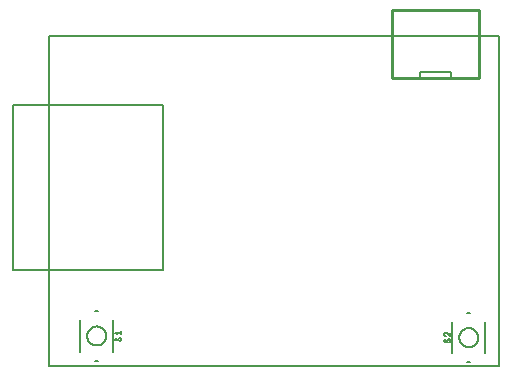
<source format=gbr>
G04 EAGLE Gerber RS-274X export*
G75*
%MOMM*%
%FSLAX34Y34*%
%LPD*%
%INSilkscreen Top*%
%IPPOS*%
%AMOC8*
5,1,8,0,0,1.08239X$1,22.5*%
G01*
%ADD10C,0.127000*%
%ADD11C,0.203200*%
%ADD12C,0.254000*%
%ADD13C,0.200000*%


D10*
X66200Y32900D02*
X66202Y33098D01*
X66210Y33295D01*
X66222Y33492D01*
X66239Y33689D01*
X66261Y33885D01*
X66287Y34081D01*
X66319Y34276D01*
X66355Y34470D01*
X66396Y34664D01*
X66441Y34856D01*
X66492Y35047D01*
X66547Y35237D01*
X66606Y35425D01*
X66671Y35612D01*
X66739Y35797D01*
X66813Y35981D01*
X66891Y36162D01*
X66973Y36342D01*
X67060Y36519D01*
X67151Y36695D01*
X67246Y36868D01*
X67345Y37039D01*
X67449Y37207D01*
X67557Y37372D01*
X67668Y37535D01*
X67784Y37695D01*
X67904Y37853D01*
X68027Y38007D01*
X68154Y38158D01*
X68285Y38306D01*
X68420Y38451D01*
X68558Y38592D01*
X68699Y38730D01*
X68844Y38865D01*
X68992Y38996D01*
X69143Y39123D01*
X69297Y39246D01*
X69455Y39366D01*
X69615Y39482D01*
X69778Y39593D01*
X69943Y39701D01*
X70111Y39805D01*
X70282Y39904D01*
X70455Y39999D01*
X70631Y40090D01*
X70808Y40177D01*
X70988Y40259D01*
X71169Y40337D01*
X71353Y40411D01*
X71538Y40479D01*
X71725Y40544D01*
X71913Y40603D01*
X72103Y40658D01*
X72294Y40709D01*
X72486Y40754D01*
X72680Y40795D01*
X72874Y40831D01*
X73069Y40863D01*
X73265Y40889D01*
X73461Y40911D01*
X73658Y40928D01*
X73855Y40940D01*
X74052Y40948D01*
X74250Y40950D01*
X74448Y40948D01*
X74645Y40940D01*
X74842Y40928D01*
X75039Y40911D01*
X75235Y40889D01*
X75431Y40863D01*
X75626Y40831D01*
X75820Y40795D01*
X76014Y40754D01*
X76206Y40709D01*
X76397Y40658D01*
X76587Y40603D01*
X76775Y40544D01*
X76962Y40479D01*
X77147Y40411D01*
X77331Y40337D01*
X77512Y40259D01*
X77692Y40177D01*
X77869Y40090D01*
X78045Y39999D01*
X78218Y39904D01*
X78389Y39805D01*
X78557Y39701D01*
X78722Y39593D01*
X78885Y39482D01*
X79045Y39366D01*
X79203Y39246D01*
X79357Y39123D01*
X79508Y38996D01*
X79656Y38865D01*
X79801Y38730D01*
X79942Y38592D01*
X80080Y38451D01*
X80215Y38306D01*
X80346Y38158D01*
X80473Y38007D01*
X80596Y37853D01*
X80716Y37695D01*
X80832Y37535D01*
X80943Y37372D01*
X81051Y37207D01*
X81155Y37039D01*
X81254Y36868D01*
X81349Y36695D01*
X81440Y36519D01*
X81527Y36342D01*
X81609Y36162D01*
X81687Y35981D01*
X81761Y35797D01*
X81829Y35612D01*
X81894Y35425D01*
X81953Y35237D01*
X82008Y35047D01*
X82059Y34856D01*
X82104Y34664D01*
X82145Y34470D01*
X82181Y34276D01*
X82213Y34081D01*
X82239Y33885D01*
X82261Y33689D01*
X82278Y33492D01*
X82290Y33295D01*
X82298Y33098D01*
X82300Y32900D01*
X82298Y32702D01*
X82290Y32505D01*
X82278Y32308D01*
X82261Y32111D01*
X82239Y31915D01*
X82213Y31719D01*
X82181Y31524D01*
X82145Y31330D01*
X82104Y31136D01*
X82059Y30944D01*
X82008Y30753D01*
X81953Y30563D01*
X81894Y30375D01*
X81829Y30188D01*
X81761Y30003D01*
X81687Y29819D01*
X81609Y29638D01*
X81527Y29458D01*
X81440Y29281D01*
X81349Y29105D01*
X81254Y28932D01*
X81155Y28761D01*
X81051Y28593D01*
X80943Y28428D01*
X80832Y28265D01*
X80716Y28105D01*
X80596Y27947D01*
X80473Y27793D01*
X80346Y27642D01*
X80215Y27494D01*
X80080Y27349D01*
X79942Y27208D01*
X79801Y27070D01*
X79656Y26935D01*
X79508Y26804D01*
X79357Y26677D01*
X79203Y26554D01*
X79045Y26434D01*
X78885Y26318D01*
X78722Y26207D01*
X78557Y26099D01*
X78389Y25995D01*
X78218Y25896D01*
X78045Y25801D01*
X77869Y25710D01*
X77692Y25623D01*
X77512Y25541D01*
X77331Y25463D01*
X77147Y25389D01*
X76962Y25321D01*
X76775Y25256D01*
X76587Y25197D01*
X76397Y25142D01*
X76206Y25091D01*
X76014Y25046D01*
X75820Y25005D01*
X75626Y24969D01*
X75431Y24937D01*
X75235Y24911D01*
X75039Y24889D01*
X74842Y24872D01*
X74645Y24860D01*
X74448Y24852D01*
X74250Y24850D01*
X74052Y24852D01*
X73855Y24860D01*
X73658Y24872D01*
X73461Y24889D01*
X73265Y24911D01*
X73069Y24937D01*
X72874Y24969D01*
X72680Y25005D01*
X72486Y25046D01*
X72294Y25091D01*
X72103Y25142D01*
X71913Y25197D01*
X71725Y25256D01*
X71538Y25321D01*
X71353Y25389D01*
X71169Y25463D01*
X70988Y25541D01*
X70808Y25623D01*
X70631Y25710D01*
X70455Y25801D01*
X70282Y25896D01*
X70111Y25995D01*
X69943Y26099D01*
X69778Y26207D01*
X69615Y26318D01*
X69455Y26434D01*
X69297Y26554D01*
X69143Y26677D01*
X68992Y26804D01*
X68844Y26935D01*
X68699Y27070D01*
X68558Y27208D01*
X68420Y27349D01*
X68285Y27494D01*
X68154Y27642D01*
X68027Y27793D01*
X67904Y27947D01*
X67784Y28105D01*
X67668Y28265D01*
X67557Y28428D01*
X67449Y28593D01*
X67345Y28761D01*
X67246Y28932D01*
X67151Y29105D01*
X67060Y29281D01*
X66973Y29458D01*
X66891Y29638D01*
X66813Y29819D01*
X66739Y30003D01*
X66671Y30188D01*
X66606Y30375D01*
X66547Y30563D01*
X66492Y30753D01*
X66441Y30944D01*
X66396Y31136D01*
X66355Y31330D01*
X66319Y31524D01*
X66287Y31719D01*
X66261Y31915D01*
X66239Y32111D01*
X66222Y32308D01*
X66210Y32505D01*
X66202Y32702D01*
X66200Y32900D01*
D11*
X60250Y19520D02*
X60250Y46280D01*
X88250Y46280D02*
X88250Y19520D01*
X75550Y53900D02*
X72950Y53900D01*
X72950Y11900D02*
X75550Y11900D01*
D10*
X94951Y30516D02*
X94949Y30581D01*
X94943Y30645D01*
X94933Y30709D01*
X94920Y30773D01*
X94902Y30835D01*
X94881Y30896D01*
X94857Y30956D01*
X94828Y31014D01*
X94796Y31071D01*
X94761Y31125D01*
X94723Y31177D01*
X94681Y31227D01*
X94637Y31274D01*
X94590Y31318D01*
X94540Y31360D01*
X94488Y31398D01*
X94434Y31433D01*
X94377Y31465D01*
X94319Y31494D01*
X94259Y31518D01*
X94198Y31539D01*
X94136Y31557D01*
X94072Y31570D01*
X94008Y31580D01*
X93944Y31586D01*
X93879Y31588D01*
X94951Y30516D02*
X94949Y30422D01*
X94943Y30328D01*
X94933Y30234D01*
X94920Y30141D01*
X94902Y30049D01*
X94881Y29957D01*
X94856Y29866D01*
X94827Y29776D01*
X94794Y29688D01*
X94758Y29601D01*
X94718Y29516D01*
X94675Y29432D01*
X94628Y29351D01*
X94578Y29271D01*
X94525Y29193D01*
X94468Y29118D01*
X94409Y29045D01*
X94346Y28975D01*
X94281Y28907D01*
X91197Y29042D02*
X91132Y29044D01*
X91068Y29050D01*
X91004Y29060D01*
X90940Y29073D01*
X90878Y29091D01*
X90817Y29112D01*
X90757Y29136D01*
X90699Y29165D01*
X90642Y29197D01*
X90588Y29232D01*
X90536Y29270D01*
X90486Y29312D01*
X90439Y29356D01*
X90395Y29403D01*
X90353Y29453D01*
X90315Y29505D01*
X90280Y29559D01*
X90248Y29616D01*
X90219Y29674D01*
X90195Y29734D01*
X90174Y29795D01*
X90156Y29857D01*
X90143Y29921D01*
X90133Y29985D01*
X90127Y30049D01*
X90125Y30114D01*
X90127Y30200D01*
X90132Y30286D01*
X90142Y30372D01*
X90155Y30457D01*
X90171Y30542D01*
X90191Y30626D01*
X90215Y30709D01*
X90242Y30791D01*
X90273Y30871D01*
X90307Y30951D01*
X90345Y31028D01*
X90386Y31104D01*
X90430Y31178D01*
X90477Y31251D01*
X90527Y31321D01*
X92135Y29578D02*
X92102Y29525D01*
X92065Y29474D01*
X92026Y29425D01*
X91984Y29378D01*
X91939Y29334D01*
X91892Y29293D01*
X91843Y29254D01*
X91791Y29218D01*
X91737Y29185D01*
X91682Y29156D01*
X91625Y29130D01*
X91566Y29107D01*
X91507Y29087D01*
X91446Y29071D01*
X91385Y29058D01*
X91322Y29049D01*
X91260Y29044D01*
X91197Y29042D01*
X92941Y31053D02*
X92974Y31106D01*
X93011Y31157D01*
X93050Y31206D01*
X93092Y31253D01*
X93137Y31297D01*
X93184Y31338D01*
X93233Y31377D01*
X93285Y31413D01*
X93339Y31446D01*
X93394Y31475D01*
X93451Y31501D01*
X93510Y31524D01*
X93569Y31544D01*
X93630Y31560D01*
X93691Y31573D01*
X93754Y31582D01*
X93816Y31587D01*
X93879Y31589D01*
X92940Y31053D02*
X92136Y29578D01*
X91197Y34211D02*
X90125Y35552D01*
X94951Y35552D01*
X94951Y36892D02*
X94951Y34211D01*
X381250Y31650D02*
X381252Y31848D01*
X381260Y32045D01*
X381272Y32242D01*
X381289Y32439D01*
X381311Y32635D01*
X381337Y32831D01*
X381369Y33026D01*
X381405Y33220D01*
X381446Y33414D01*
X381491Y33606D01*
X381542Y33797D01*
X381597Y33987D01*
X381656Y34175D01*
X381721Y34362D01*
X381789Y34547D01*
X381863Y34731D01*
X381941Y34912D01*
X382023Y35092D01*
X382110Y35269D01*
X382201Y35445D01*
X382296Y35618D01*
X382395Y35789D01*
X382499Y35957D01*
X382607Y36122D01*
X382718Y36285D01*
X382834Y36445D01*
X382954Y36603D01*
X383077Y36757D01*
X383204Y36908D01*
X383335Y37056D01*
X383470Y37201D01*
X383608Y37342D01*
X383749Y37480D01*
X383894Y37615D01*
X384042Y37746D01*
X384193Y37873D01*
X384347Y37996D01*
X384505Y38116D01*
X384665Y38232D01*
X384828Y38343D01*
X384993Y38451D01*
X385161Y38555D01*
X385332Y38654D01*
X385505Y38749D01*
X385681Y38840D01*
X385858Y38927D01*
X386038Y39009D01*
X386219Y39087D01*
X386403Y39161D01*
X386588Y39229D01*
X386775Y39294D01*
X386963Y39353D01*
X387153Y39408D01*
X387344Y39459D01*
X387536Y39504D01*
X387730Y39545D01*
X387924Y39581D01*
X388119Y39613D01*
X388315Y39639D01*
X388511Y39661D01*
X388708Y39678D01*
X388905Y39690D01*
X389102Y39698D01*
X389300Y39700D01*
X389498Y39698D01*
X389695Y39690D01*
X389892Y39678D01*
X390089Y39661D01*
X390285Y39639D01*
X390481Y39613D01*
X390676Y39581D01*
X390870Y39545D01*
X391064Y39504D01*
X391256Y39459D01*
X391447Y39408D01*
X391637Y39353D01*
X391825Y39294D01*
X392012Y39229D01*
X392197Y39161D01*
X392381Y39087D01*
X392562Y39009D01*
X392742Y38927D01*
X392919Y38840D01*
X393095Y38749D01*
X393268Y38654D01*
X393439Y38555D01*
X393607Y38451D01*
X393772Y38343D01*
X393935Y38232D01*
X394095Y38116D01*
X394253Y37996D01*
X394407Y37873D01*
X394558Y37746D01*
X394706Y37615D01*
X394851Y37480D01*
X394992Y37342D01*
X395130Y37201D01*
X395265Y37056D01*
X395396Y36908D01*
X395523Y36757D01*
X395646Y36603D01*
X395766Y36445D01*
X395882Y36285D01*
X395993Y36122D01*
X396101Y35957D01*
X396205Y35789D01*
X396304Y35618D01*
X396399Y35445D01*
X396490Y35269D01*
X396577Y35092D01*
X396659Y34912D01*
X396737Y34731D01*
X396811Y34547D01*
X396879Y34362D01*
X396944Y34175D01*
X397003Y33987D01*
X397058Y33797D01*
X397109Y33606D01*
X397154Y33414D01*
X397195Y33220D01*
X397231Y33026D01*
X397263Y32831D01*
X397289Y32635D01*
X397311Y32439D01*
X397328Y32242D01*
X397340Y32045D01*
X397348Y31848D01*
X397350Y31650D01*
X397348Y31452D01*
X397340Y31255D01*
X397328Y31058D01*
X397311Y30861D01*
X397289Y30665D01*
X397263Y30469D01*
X397231Y30274D01*
X397195Y30080D01*
X397154Y29886D01*
X397109Y29694D01*
X397058Y29503D01*
X397003Y29313D01*
X396944Y29125D01*
X396879Y28938D01*
X396811Y28753D01*
X396737Y28569D01*
X396659Y28388D01*
X396577Y28208D01*
X396490Y28031D01*
X396399Y27855D01*
X396304Y27682D01*
X396205Y27511D01*
X396101Y27343D01*
X395993Y27178D01*
X395882Y27015D01*
X395766Y26855D01*
X395646Y26697D01*
X395523Y26543D01*
X395396Y26392D01*
X395265Y26244D01*
X395130Y26099D01*
X394992Y25958D01*
X394851Y25820D01*
X394706Y25685D01*
X394558Y25554D01*
X394407Y25427D01*
X394253Y25304D01*
X394095Y25184D01*
X393935Y25068D01*
X393772Y24957D01*
X393607Y24849D01*
X393439Y24745D01*
X393268Y24646D01*
X393095Y24551D01*
X392919Y24460D01*
X392742Y24373D01*
X392562Y24291D01*
X392381Y24213D01*
X392197Y24139D01*
X392012Y24071D01*
X391825Y24006D01*
X391637Y23947D01*
X391447Y23892D01*
X391256Y23841D01*
X391064Y23796D01*
X390870Y23755D01*
X390676Y23719D01*
X390481Y23687D01*
X390285Y23661D01*
X390089Y23639D01*
X389892Y23622D01*
X389695Y23610D01*
X389498Y23602D01*
X389300Y23600D01*
X389102Y23602D01*
X388905Y23610D01*
X388708Y23622D01*
X388511Y23639D01*
X388315Y23661D01*
X388119Y23687D01*
X387924Y23719D01*
X387730Y23755D01*
X387536Y23796D01*
X387344Y23841D01*
X387153Y23892D01*
X386963Y23947D01*
X386775Y24006D01*
X386588Y24071D01*
X386403Y24139D01*
X386219Y24213D01*
X386038Y24291D01*
X385858Y24373D01*
X385681Y24460D01*
X385505Y24551D01*
X385332Y24646D01*
X385161Y24745D01*
X384993Y24849D01*
X384828Y24957D01*
X384665Y25068D01*
X384505Y25184D01*
X384347Y25304D01*
X384193Y25427D01*
X384042Y25554D01*
X383894Y25685D01*
X383749Y25820D01*
X383608Y25958D01*
X383470Y26099D01*
X383335Y26244D01*
X383204Y26392D01*
X383077Y26543D01*
X382954Y26697D01*
X382834Y26855D01*
X382718Y27015D01*
X382607Y27178D01*
X382499Y27343D01*
X382395Y27511D01*
X382296Y27682D01*
X382201Y27855D01*
X382110Y28031D01*
X382023Y28208D01*
X381941Y28388D01*
X381863Y28569D01*
X381789Y28753D01*
X381721Y28938D01*
X381656Y29125D01*
X381597Y29313D01*
X381542Y29503D01*
X381491Y29694D01*
X381446Y29886D01*
X381405Y30080D01*
X381369Y30274D01*
X381337Y30469D01*
X381311Y30665D01*
X381289Y30861D01*
X381272Y31058D01*
X381260Y31255D01*
X381252Y31452D01*
X381250Y31650D01*
D11*
X403300Y45030D02*
X403300Y18270D01*
X375300Y18270D02*
X375300Y45030D01*
X388000Y10650D02*
X390600Y10650D01*
X390600Y52650D02*
X388000Y52650D01*
D10*
X372353Y30338D02*
X372418Y30336D01*
X372482Y30330D01*
X372546Y30320D01*
X372610Y30307D01*
X372672Y30289D01*
X372733Y30268D01*
X372793Y30244D01*
X372851Y30215D01*
X372908Y30183D01*
X372962Y30148D01*
X373014Y30110D01*
X373064Y30068D01*
X373111Y30024D01*
X373155Y29977D01*
X373197Y29927D01*
X373235Y29875D01*
X373270Y29821D01*
X373302Y29764D01*
X373331Y29706D01*
X373355Y29646D01*
X373376Y29585D01*
X373394Y29523D01*
X373407Y29459D01*
X373417Y29395D01*
X373423Y29331D01*
X373425Y29266D01*
X373423Y29172D01*
X373417Y29078D01*
X373407Y28984D01*
X373394Y28891D01*
X373376Y28799D01*
X373355Y28707D01*
X373330Y28616D01*
X373301Y28526D01*
X373268Y28438D01*
X373232Y28351D01*
X373192Y28266D01*
X373149Y28182D01*
X373102Y28101D01*
X373052Y28021D01*
X372999Y27943D01*
X372942Y27868D01*
X372883Y27795D01*
X372820Y27725D01*
X372755Y27657D01*
X369671Y27792D02*
X369606Y27794D01*
X369542Y27800D01*
X369478Y27810D01*
X369414Y27823D01*
X369352Y27841D01*
X369291Y27862D01*
X369231Y27886D01*
X369173Y27915D01*
X369116Y27947D01*
X369062Y27982D01*
X369010Y28020D01*
X368960Y28062D01*
X368913Y28106D01*
X368869Y28153D01*
X368827Y28203D01*
X368789Y28255D01*
X368754Y28309D01*
X368722Y28366D01*
X368693Y28424D01*
X368669Y28484D01*
X368648Y28545D01*
X368630Y28607D01*
X368617Y28671D01*
X368607Y28735D01*
X368601Y28799D01*
X368599Y28864D01*
X368601Y28950D01*
X368606Y29036D01*
X368616Y29122D01*
X368629Y29207D01*
X368645Y29292D01*
X368665Y29376D01*
X368689Y29459D01*
X368716Y29541D01*
X368747Y29621D01*
X368781Y29701D01*
X368819Y29778D01*
X368860Y29854D01*
X368904Y29928D01*
X368951Y30001D01*
X369001Y30071D01*
X370609Y28328D02*
X370576Y28275D01*
X370539Y28224D01*
X370500Y28175D01*
X370458Y28128D01*
X370413Y28084D01*
X370366Y28043D01*
X370317Y28004D01*
X370265Y27968D01*
X370211Y27935D01*
X370156Y27906D01*
X370099Y27880D01*
X370040Y27857D01*
X369981Y27837D01*
X369920Y27821D01*
X369859Y27808D01*
X369796Y27799D01*
X369734Y27794D01*
X369671Y27792D01*
X371415Y29803D02*
X371448Y29856D01*
X371485Y29907D01*
X371524Y29956D01*
X371566Y30003D01*
X371611Y30047D01*
X371658Y30088D01*
X371707Y30127D01*
X371759Y30163D01*
X371813Y30196D01*
X371868Y30225D01*
X371925Y30251D01*
X371984Y30274D01*
X372043Y30294D01*
X372104Y30310D01*
X372165Y30323D01*
X372228Y30332D01*
X372290Y30337D01*
X372353Y30339D01*
X371414Y29803D02*
X370610Y28328D01*
X368599Y34436D02*
X368601Y34504D01*
X368607Y34571D01*
X368616Y34638D01*
X368629Y34705D01*
X368646Y34770D01*
X368667Y34835D01*
X368691Y34898D01*
X368719Y34960D01*
X368750Y35020D01*
X368784Y35078D01*
X368822Y35134D01*
X368862Y35189D01*
X368906Y35240D01*
X368953Y35289D01*
X369002Y35336D01*
X369053Y35380D01*
X369108Y35420D01*
X369164Y35458D01*
X369222Y35492D01*
X369282Y35523D01*
X369344Y35551D01*
X369407Y35575D01*
X369472Y35596D01*
X369537Y35613D01*
X369604Y35626D01*
X369671Y35635D01*
X369738Y35641D01*
X369806Y35643D01*
X368599Y34436D02*
X368601Y34358D01*
X368607Y34280D01*
X368617Y34203D01*
X368630Y34126D01*
X368648Y34050D01*
X368669Y33975D01*
X368694Y33901D01*
X368723Y33829D01*
X368755Y33758D01*
X368791Y33689D01*
X368830Y33621D01*
X368873Y33556D01*
X368919Y33493D01*
X368968Y33432D01*
X369020Y33374D01*
X369075Y33319D01*
X369132Y33266D01*
X369192Y33217D01*
X369255Y33170D01*
X369320Y33127D01*
X369386Y33087D01*
X369455Y33050D01*
X369526Y33017D01*
X369598Y32987D01*
X369672Y32961D01*
X370744Y35240D02*
X370695Y35289D01*
X370643Y35336D01*
X370588Y35379D01*
X370531Y35420D01*
X370472Y35458D01*
X370411Y35492D01*
X370348Y35523D01*
X370284Y35551D01*
X370218Y35575D01*
X370152Y35595D01*
X370084Y35612D01*
X370015Y35625D01*
X369946Y35634D01*
X369876Y35640D01*
X369806Y35642D01*
X370744Y35240D02*
X373425Y32961D01*
X373425Y35642D01*
X414900Y286600D02*
X33900Y286600D01*
X414900Y286600D02*
X414900Y7200D01*
X33900Y7200D01*
X33900Y286600D01*
X130350Y228000D02*
X130350Y88300D01*
X3350Y88300D01*
X3350Y228000D01*
X130350Y228000D01*
D12*
X397900Y251125D02*
X397900Y308625D01*
X323900Y308625D01*
X323900Y251125D01*
X397900Y251125D01*
D13*
X347900Y251700D02*
X347900Y256700D01*
X373900Y256700D02*
X373900Y251700D01*
X373900Y256700D02*
X347900Y256700D01*
M02*

</source>
